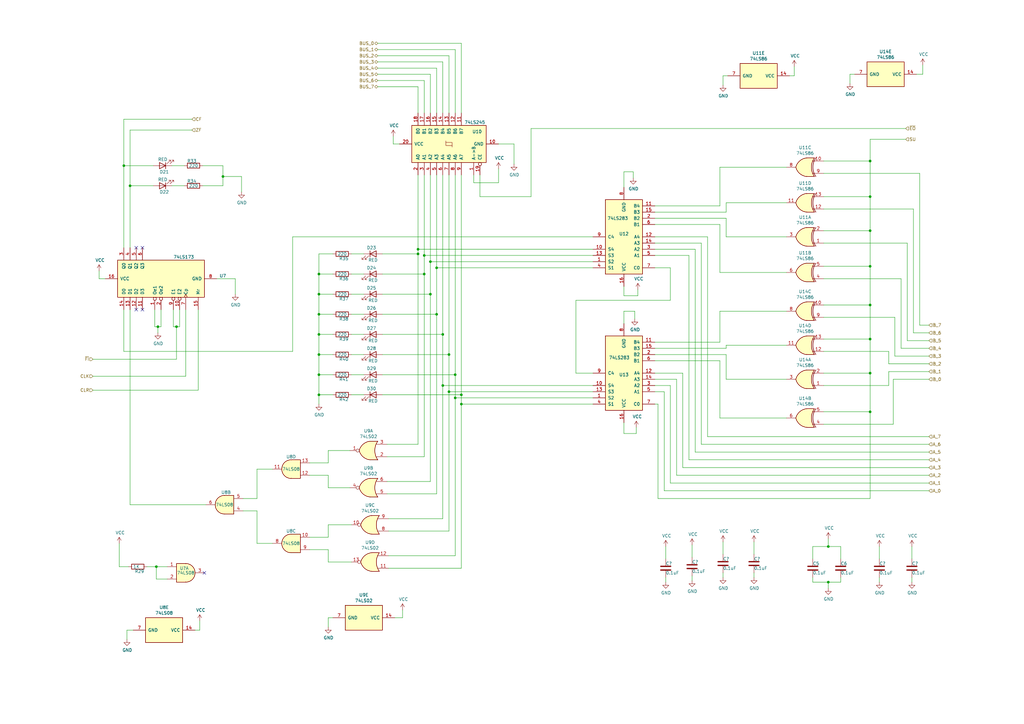
<source format=kicad_sch>
(kicad_sch (version 20230121) (generator eeschema)
  (paper "A3")
  (junction (at 184.15 160.655))
  (junction (at 130.81 161.925))
  (junction (at 72.39 133.985))
  (junction (at 173.99 104.775))
  (junction (at 50.8 67.945))
  (junction (at 171.45 102.235))
  (junction (at 64.135 232.41))
  (junction (at 189.23 161.925))
  (junction (at 356.87 66.04))
  (junction (at 130.81 112.395))
  (junction (at 171.45 104.14))
  (junction (at 179.07 109.855))
  (junction (at 356.87 94.615))
  (junction (at 173.99 112.395))
  (junction (at 130.81 153.67))
  (junction (at 130.81 128.905))
  (junction (at 181.61 137.16))
  (junction (at 130.81 137.16))
  (junction (at 130.81 145.415))
  (junction (at 186.69 153.67))
  (junction (at 186.69 163.195))
  (junction (at 184.15 145.415))
  (junction (at 356.87 125.095))
  (junction (at 356.87 139.065))
  (junction (at 356.87 168.91))
  (junction (at 356.87 153.035))
  (junction (at 339.725 224.155))
  (junction (at 64.77 133.985))
  (junction (at 130.81 120.65))
  (junction (at 356.87 80.645))
  (junction (at 181.61 158.115))
  (junction (at 356.87 109.22))
  (junction (at 179.07 128.905))
  (junction (at 53.34 76.2))
  (junction (at 339.725 238.76))
  (junction (at 91.44 72.39))
  (junction (at 176.53 107.315))
  (junction (at 189.23 165.735))
  (junction (at 176.53 120.65))
  (no_connect (at 58.42 127))
  (no_connect (at 58.42 101.6))
  (no_connect (at 83.82 234.95))
  (no_connect (at 55.88 101.6))
  (no_connect (at 55.88 127))
  (wire (pts (xy 268.605 84.455) (xy 295.275 84.455)))
  (wire (pts (xy 88.9 114.3) (xy 96.52 114.3)))
  (wire (pts (xy 297.815 142.875) (xy 297.815 141.605)))
  (wire (pts (xy 282.575 104.775) (xy 268.605 104.775)))
  (wire (pts (xy 255.905 121.285) (xy 261.62 121.285)))
  (wire (pts (xy 127 225.425) (xy 134.62 225.425)))
  (wire (pts (xy 149.225 104.14) (xy 144.145 104.14)))
  (wire (pts (xy 179.07 128.905) (xy 179.07 202.565)))
  (wire (pts (xy 91.44 72.39) (xy 99.06 72.39)))
  (wire (pts (xy 154.94 22.86) (xy 184.15 22.86)))
  (wire (pts (xy 274.955 158.115) (xy 274.955 198.12)))
  (wire (pts (xy 149.225 145.415) (xy 144.145 145.415)))
  (wire (pts (xy 268.605 109.855) (xy 274.955 109.855)))
  (wire (pts (xy 243.205 109.855) (xy 179.07 109.855)))
  (wire (pts (xy 105.41 204.47) (xy 105.41 192.405)))
  (wire (pts (xy 369.57 114.3) (xy 369.57 142.875)))
  (wire (pts (xy 277.495 155.575) (xy 268.605 155.575)))
  (wire (pts (xy 38.1 160.02) (xy 81.28 160.02)))
  (wire (pts (xy 53.34 101.6) (xy 53.34 76.2)))
  (wire (pts (xy 161.29 59.055) (xy 161.29 55.88)))
  (wire (pts (xy 297.815 141.605) (xy 322.58 141.605)))
  (wire (pts (xy 70.485 67.945) (xy 75.565 67.945)))
  (wire (pts (xy 337.82 66.04) (xy 356.87 66.04)))
  (wire (pts (xy 83.185 67.945) (xy 91.44 67.945)))
  (wire (pts (xy 68.58 232.41) (xy 64.135 232.41)))
  (wire (pts (xy 81.915 258.445) (xy 80.01 258.445)))
  (wire (pts (xy 295.275 127.635) (xy 322.58 127.635)))
  (wire (pts (xy 243.205 107.315) (xy 176.53 107.315)))
  (wire (pts (xy 260.985 177.8) (xy 260.985 175.26)))
  (wire (pts (xy 325.755 31.115) (xy 323.85 31.115)))
  (wire (pts (xy 360.68 229.235) (xy 360.68 224.155)))
  (wire (pts (xy 52.705 232.41) (xy 48.895 232.41)))
  (wire (pts (xy 377.19 71.12) (xy 377.19 133.35)))
  (wire (pts (xy 64.77 133.985) (xy 64.77 136.525)))
  (wire (pts (xy 337.82 125.095) (xy 356.87 125.095)))
  (wire (pts (xy 134.62 194.945) (xy 134.62 200.025)))
  (wire (pts (xy 339.725 241.3) (xy 339.725 238.76)))
  (wire (pts (xy 91.44 76.2) (xy 83.185 76.2)))
  (wire (pts (xy 179.07 71.755) (xy 179.07 109.855)))
  (wire (pts (xy 381 201.295) (xy 272.415 201.295)))
  (wire (pts (xy 261.62 121.285) (xy 261.62 118.745)))
  (wire (pts (xy 130.81 120.65) (xy 130.81 112.395)))
  (wire (pts (xy 99.06 72.39) (xy 99.06 78.74)))
  (wire (pts (xy 50.8 48.895) (xy 78.74 48.895)))
  (wire (pts (xy 356.87 57.15) (xy 371.475 57.15)))
  (wire (pts (xy 176.53 107.315) (xy 176.53 120.65)))
  (wire (pts (xy 156.845 128.905) (xy 179.07 128.905)))
  (wire (pts (xy 364.49 152.4) (xy 381 152.4)))
  (wire (pts (xy 290.195 179.07) (xy 381 179.07)))
  (wire (pts (xy 53.34 76.2) (xy 53.34 53.34)))
  (wire (pts (xy 154.94 25.4) (xy 181.61 25.4)))
  (wire (pts (xy 295.275 147.955) (xy 295.275 171.45)))
  (wire (pts (xy 53.34 53.34) (xy 78.74 53.34)))
  (wire (pts (xy 268.605 92.075) (xy 295.275 92.075)))
  (wire (pts (xy 356.87 94.615) (xy 356.87 109.22)))
  (wire (pts (xy 134.62 189.865) (xy 134.62 184.785)))
  (wire (pts (xy 367.03 146.05) (xy 381 146.05)))
  (wire (pts (xy 105.41 192.405) (xy 111.76 192.405)))
  (wire (pts (xy 105.41 209.55) (xy 105.41 222.885)))
  (wire (pts (xy 356.87 125.095) (xy 356.87 139.065)))
  (wire (pts (xy 66.04 133.985) (xy 66.04 127)))
  (wire (pts (xy 158.75 187.325) (xy 173.99 187.325)))
  (wire (pts (xy 96.52 114.3) (xy 96.52 120.65)))
  (wire (pts (xy 372.11 139.7) (xy 381 139.7)))
  (wire (pts (xy 339.725 220.98) (xy 339.725 224.155)))
  (wire (pts (xy 255.905 132.715) (xy 255.905 127.635)))
  (wire (pts (xy 268.605 140.335) (xy 295.275 140.335)))
  (wire (pts (xy 171.45 102.235) (xy 171.45 104.14)))
  (wire (pts (xy 134.62 200.025) (xy 143.51 200.025)))
  (wire (pts (xy 298.45 31.115) (xy 296.545 31.115)))
  (wire (pts (xy 189.23 161.925) (xy 189.23 165.735)))
  (wire (pts (xy 377.19 133.35) (xy 381 133.35)))
  (wire (pts (xy 130.81 145.415) (xy 130.81 137.16)))
  (wire (pts (xy 333.375 224.155) (xy 339.725 224.155)))
  (wire (pts (xy 356.87 139.065) (xy 356.87 153.035)))
  (wire (pts (xy 99.695 209.55) (xy 105.41 209.55)))
  (wire (pts (xy 84.455 207.01) (xy 53.34 207.01)))
  (wire (pts (xy 156.845 145.415) (xy 184.15 145.415)))
  (wire (pts (xy 280.035 191.77) (xy 381 191.77)))
  (wire (pts (xy 333.375 238.76) (xy 339.725 238.76)))
  (wire (pts (xy 71.12 133.985) (xy 72.39 133.985)))
  (wire (pts (xy 70.485 76.2) (xy 75.565 76.2)))
  (wire (pts (xy 186.69 20.32) (xy 186.69 46.355)))
  (wire (pts (xy 176.53 120.65) (xy 176.53 197.485)))
  (wire (pts (xy 130.81 161.925) (xy 130.81 165.735)))
  (wire (pts (xy 337.82 109.22) (xy 356.87 109.22)))
  (wire (pts (xy 268.605 147.955) (xy 295.275 147.955)))
  (wire (pts (xy 64.77 133.985) (xy 66.04 133.985)))
  (wire (pts (xy 158.75 202.565) (xy 179.07 202.565)))
  (wire (pts (xy 309.245 227.33) (xy 309.245 222.25)))
  (wire (pts (xy 374.65 136.525) (xy 381 136.525)))
  (wire (pts (xy 149.225 128.905) (xy 144.145 128.905)))
  (wire (pts (xy 295.275 68.58) (xy 322.58 68.58)))
  (wire (pts (xy 194.31 71.755) (xy 194.31 74.93)))
  (wire (pts (xy 72.39 147.32) (xy 38.1 147.32)))
  (wire (pts (xy 268.605 97.155) (xy 290.195 97.155)))
  (wire (pts (xy 339.725 238.76) (xy 344.805 238.76)))
  (wire (pts (xy 134.62 225.425) (xy 134.62 230.505)))
  (wire (pts (xy 63.5 133.985) (xy 64.77 133.985)))
  (wire (pts (xy 181.61 212.725) (xy 159.385 212.725)))
  (wire (pts (xy 156.845 112.395) (xy 173.99 112.395)))
  (wire (pts (xy 296.545 31.115) (xy 296.545 34.925)))
  (wire (pts (xy 255.905 76.835) (xy 255.905 70.485)))
  (wire (pts (xy 149.225 161.925) (xy 144.145 161.925)))
  (wire (pts (xy 337.82 80.645) (xy 356.87 80.645)))
  (wire (pts (xy 149.225 120.65) (xy 144.145 120.65)))
  (wire (pts (xy 274.955 198.12) (xy 381 198.12)))
  (wire (pts (xy 273.05 236.855) (xy 273.05 238.76)))
  (wire (pts (xy 243.205 97.155) (xy 120.015 97.155)))
  (wire (pts (xy 243.205 158.115) (xy 181.61 158.115)))
  (wire (pts (xy 337.82 173.99) (xy 366.395 173.99)))
  (wire (pts (xy 130.81 153.67) (xy 130.81 145.415)))
  (wire (pts (xy 156.845 104.14) (xy 171.45 104.14)))
  (wire (pts (xy 159.385 233.045) (xy 189.23 233.045)))
  (wire (pts (xy 236.22 123.19) (xy 236.22 153.035)))
  (wire (pts (xy 136.525 137.16) (xy 130.81 137.16)))
  (wire (pts (xy 163.83 59.055) (xy 161.29 59.055)))
  (wire (pts (xy 76.2 154.305) (xy 38.1 154.305)))
  (wire (pts (xy 189.23 165.735) (xy 243.205 165.735)))
  (wire (pts (xy 287.655 99.695) (xy 268.605 99.695)))
  (wire (pts (xy 378.46 30.48) (xy 375.92 30.48)))
  (wire (pts (xy 337.82 85.725) (xy 374.65 85.725)))
  (wire (pts (xy 130.81 161.925) (xy 130.81 153.67)))
  (wire (pts (xy 181.61 25.4) (xy 181.61 46.355)))
  (wire (pts (xy 136.525 253.365) (xy 134.62 253.365)))
  (wire (pts (xy 136.525 120.65) (xy 130.81 120.65)))
  (wire (pts (xy 296.545 234.95) (xy 296.545 236.855)))
  (wire (pts (xy 374.015 236.855) (xy 374.015 238.76)))
  (wire (pts (xy 52.07 258.445) (xy 52.07 262.255)))
  (wire (pts (xy 366.395 155.575) (xy 381 155.575)))
  (wire (pts (xy 297.815 89.535) (xy 297.815 97.155)))
  (wire (pts (xy 274.955 123.19) (xy 236.22 123.19)))
  (wire (pts (xy 136.525 128.905) (xy 130.81 128.905)))
  (wire (pts (xy 76.2 127) (xy 76.2 154.305)))
  (wire (pts (xy 64.135 237.49) (xy 64.135 232.41)))
  (wire (pts (xy 381 188.595) (xy 282.575 188.595)))
  (wire (pts (xy 337.82 94.615) (xy 356.87 94.615)))
  (wire (pts (xy 268.605 102.235) (xy 285.115 102.235)))
  (wire (pts (xy 159.385 217.805) (xy 184.15 217.805)))
  (wire (pts (xy 173.99 71.755) (xy 173.99 104.775)))
  (wire (pts (xy 309.245 234.95) (xy 309.245 236.855)))
  (wire (pts (xy 165.1 253.365) (xy 161.925 253.365)))
  (wire (pts (xy 173.99 33.02) (xy 173.99 46.355)))
  (wire (pts (xy 179.07 109.855) (xy 179.07 128.905)))
  (wire (pts (xy 283.845 236.22) (xy 283.845 238.125)))
  (wire (pts (xy 196.85 71.755) (xy 196.85 80.645)))
  (wire (pts (xy 364.49 149.225) (xy 381 149.225)))
  (wire (pts (xy 43.18 114.3) (xy 40.64 114.3)))
  (wire (pts (xy 173.99 104.775) (xy 173.99 112.395)))
  (wire (pts (xy 176.53 71.755) (xy 176.53 107.315)))
  (wire (pts (xy 360.68 236.855) (xy 360.68 238.76)))
  (wire (pts (xy 295.275 111.76) (xy 322.58 111.76)))
  (wire (pts (xy 255.905 117.475) (xy 255.905 121.285)))
  (wire (pts (xy 186.69 71.755) (xy 186.69 153.67)))
  (wire (pts (xy 295.275 140.335) (xy 295.275 127.635)))
  (wire (pts (xy 156.845 120.65) (xy 176.53 120.65)))
  (wire (pts (xy 287.655 182.245) (xy 287.655 99.695)))
  (wire (pts (xy 337.82 130.175) (xy 367.03 130.175)))
  (wire (pts (xy 81.915 254.635) (xy 81.915 258.445)))
  (wire (pts (xy 186.69 163.195) (xy 186.69 227.965)))
  (wire (pts (xy 149.225 112.395) (xy 144.145 112.395)))
  (wire (pts (xy 171.45 71.755) (xy 171.45 102.235)))
  (wire (pts (xy 348.615 30.48) (xy 348.615 34.29)))
  (wire (pts (xy 364.49 158.115) (xy 364.49 152.4)))
  (wire (pts (xy 186.69 153.67) (xy 186.69 163.195)))
  (wire (pts (xy 91.44 72.39) (xy 91.44 76.2)))
  (wire (pts (xy 127 189.865) (xy 134.62 189.865)))
  (wire (pts (xy 204.47 59.055) (xy 210.82 59.055)))
  (wire (pts (xy 40.64 114.3) (xy 40.64 111.125)))
  (wire (pts (xy 179.07 27.94) (xy 179.07 46.355)))
  (wire (pts (xy 269.875 165.735) (xy 268.605 165.735)))
  (wire (pts (xy 243.205 163.195) (xy 186.69 163.195)))
  (wire (pts (xy 268.605 153.035) (xy 280.035 153.035)))
  (wire (pts (xy 297.815 86.995) (xy 297.815 83.185)))
  (wire (pts (xy 283.845 228.6) (xy 283.845 223.52)))
  (wire (pts (xy 210.82 59.055) (xy 210.82 67.31)))
  (wire (pts (xy 297.815 155.575) (xy 322.58 155.575)))
  (wire (pts (xy 280.035 153.035) (xy 280.035 191.77)))
  (wire (pts (xy 366.395 173.99) (xy 366.395 155.575)))
  (wire (pts (xy 337.82 99.695) (xy 372.11 99.695)))
  (wire (pts (xy 350.52 30.48) (xy 348.615 30.48)))
  (wire (pts (xy 296.545 227.33) (xy 296.545 222.25)))
  (wire (pts (xy 181.61 71.755) (xy 181.61 137.16)))
  (wire (pts (xy 53.34 207.01) (xy 53.34 127)))
  (wire (pts (xy 184.15 22.86) (xy 184.15 46.355)))
  (wire (pts (xy 272.415 160.655) (xy 268.605 160.655)))
  (wire (pts (xy 189.23 71.755) (xy 189.23 161.925)))
  (wire (pts (xy 130.81 137.16) (xy 130.81 128.905)))
  (wire (pts (xy 285.115 102.235) (xy 285.115 185.42)))
  (wire (pts (xy 184.15 160.655) (xy 184.15 145.415)))
  (wire (pts (xy 72.39 133.985) (xy 73.66 133.985)))
  (wire (pts (xy 120.015 97.155) (xy 120.015 144.145)))
  (wire (pts (xy 130.81 112.395) (xy 130.81 104.14)))
  (wire (pts (xy 374.015 229.235) (xy 374.015 224.155)))
  (wire (pts (xy 134.62 220.345) (xy 134.62 215.265)))
  (wire (pts (xy 134.62 230.505) (xy 144.145 230.505)))
  (wire (pts (xy 295.275 171.45) (xy 322.58 171.45)))
  (wire (pts (xy 255.905 177.8) (xy 260.985 177.8)))
  (wire (pts (xy 268.605 89.535) (xy 297.815 89.535)))
  (wire (pts (xy 282.575 188.595) (xy 282.575 104.775)))
  (wire (pts (xy 154.94 17.78) (xy 189.23 17.78)))
  (wire (pts (xy 127 220.345) (xy 134.62 220.345)))
  (wire (pts (xy 325.755 27.305) (xy 325.755 31.115)))
  (wire (pts (xy 189.23 165.735) (xy 189.23 233.045)))
  (wire (pts (xy 136.525 161.925) (xy 130.81 161.925)))
  (wire (pts (xy 50.8 67.945) (xy 62.865 67.945)))
  (wire (pts (xy 337.82 139.065) (xy 356.87 139.065)))
  (wire (pts (xy 243.205 160.655) (xy 184.15 160.655)))
  (wire (pts (xy 130.81 128.905) (xy 130.81 120.65)))
  (wire (pts (xy 158.75 197.485) (xy 176.53 197.485)))
  (wire (pts (xy 236.22 153.035) (xy 243.205 153.035)))
  (wire (pts (xy 337.82 71.12) (xy 377.19 71.12)))
  (wire (pts (xy 344.805 224.155) (xy 339.725 224.155)))
  (wire (pts (xy 64.135 232.41) (xy 60.325 232.41)))
  (wire (pts (xy 99.695 204.47) (xy 105.41 204.47)))
  (wire (pts (xy 194.31 74.93) (xy 204.47 74.93)))
  (wire (pts (xy 134.62 215.265) (xy 144.145 215.265)))
  (wire (pts (xy 344.805 238.76) (xy 344.805 236.855)))
  (wire (pts (xy 381 182.245) (xy 287.655 182.245)))
  (wire (pts (xy 356.87 109.22) (xy 356.87 125.095)))
  (wire (pts (xy 73.66 133.985) (xy 73.66 127)))
  (wire (pts (xy 260.35 127.635) (xy 260.35 130.81)))
  (wire (pts (xy 337.82 114.3) (xy 369.57 114.3)))
  (wire (pts (xy 273.05 229.235) (xy 273.05 224.155)))
  (wire (pts (xy 156.845 153.67) (xy 186.69 153.67)))
  (wire (pts (xy 372.11 99.695) (xy 372.11 139.7)))
  (wire (pts (xy 255.905 173.355) (xy 255.905 177.8)))
  (wire (pts (xy 156.845 137.16) (xy 181.61 137.16)))
  (wire (pts (xy 255.905 127.635) (xy 260.35 127.635)))
  (wire (pts (xy 189.23 17.78) (xy 189.23 46.355)))
  (wire (pts (xy 243.205 104.775) (xy 173.99 104.775)))
  (wire (pts (xy 337.82 153.035) (xy 356.87 153.035)))
  (wire (pts (xy 181.61 137.16) (xy 181.61 158.115)))
  (wire (pts (xy 50.8 144.145) (xy 50.8 127)))
  (wire (pts (xy 274.955 109.855) (xy 274.955 123.19)))
  (wire (pts (xy 48.895 232.41) (xy 48.895 222.885)))
  (wire (pts (xy 356.87 80.645) (xy 356.87 94.615)))
  (wire (pts (xy 186.69 227.965) (xy 159.385 227.965)))
  (wire (pts (xy 290.195 97.155) (xy 290.195 179.07)))
  (wire (pts (xy 54.61 258.445) (xy 52.07 258.445)))
  (wire (pts (xy 71.12 127) (xy 71.12 133.985)))
  (wire (pts (xy 136.525 145.415) (xy 130.81 145.415)))
  (wire (pts (xy 136.525 112.395) (xy 130.81 112.395)))
  (wire (pts (xy 184.15 217.805) (xy 184.15 160.655)))
  (wire (pts (xy 154.94 35.56) (xy 171.45 35.56)))
  (wire (pts (xy 63.5 127) (xy 63.5 133.985)))
  (wire (pts (xy 149.225 137.16) (xy 144.145 137.16)))
  (wire (pts (xy 68.58 237.49) (xy 64.135 237.49)))
  (wire (pts (xy 268.605 145.415) (xy 297.815 145.415)))
  (wire (pts (xy 333.375 229.235) (xy 333.375 224.155)))
  (wire (pts (xy 154.94 27.94) (xy 179.07 27.94)))
  (wire (pts (xy 184.15 145.415) (xy 184.15 71.755)))
  (wire (pts (xy 333.375 236.855) (xy 333.375 238.76)))
  (wire (pts (xy 337.82 144.145) (xy 364.49 144.145)))
  (wire (pts (xy 297.815 97.155) (xy 322.58 97.155)))
  (wire (pts (xy 243.205 102.235) (xy 171.45 102.235)))
  (wire (pts (xy 105.41 222.885) (xy 111.76 222.885)))
  (wire (pts (xy 297.815 145.415) (xy 297.815 155.575)))
  (wire (pts (xy 255.905 70.485) (xy 259.715 70.485)))
  (wire (pts (xy 356.87 66.04) (xy 356.87 80.645)))
  (wire (pts (xy 268.605 142.875) (xy 297.815 142.875)))
  (wire (pts (xy 171.45 35.56) (xy 171.45 46.355)))
  (wire (pts (xy 176.53 30.48) (xy 176.53 46.355)))
  (wire (pts (xy 81.28 160.02) (xy 81.28 127)))
  (wire (pts (xy 367.03 130.175) (xy 367.03 146.05)))
  (wire (pts (xy 217.805 52.705) (xy 371.475 52.705)))
  (wire (pts (xy 269.875 204.47) (xy 269.875 165.735)))
  (wire (pts (xy 204.47 69.215) (xy 204.47 74.93)))
  (wire (pts (xy 173.99 112.395) (xy 173.99 187.325)))
  (wire (pts (xy 374.65 85.725) (xy 374.65 136.525)))
  (wire (pts (xy 272.415 201.295) (xy 272.415 160.655)))
  (wire (pts (xy 156.845 161.925) (xy 189.23 161.925)))
  (wire (pts (xy 154.94 33.02) (xy 173.99 33.02)))
  (wire (pts (xy 217.805 80.645) (xy 217.805 52.705)))
  (wire (pts (xy 120.015 144.145) (xy 50.8 144.145)))
  (wire (pts (xy 269.875 204.47) (xy 356.87 204.47)))
  (wire (pts (xy 364.49 144.145) (xy 364.49 149.225)))
  (wire (pts (xy 50.8 67.945) (xy 50.8 48.895)))
  (wire (pts (xy 136.525 153.67) (xy 130.81 153.67)))
  (wire (pts (xy 268.605 158.115) (xy 274.955 158.115)))
  (wire (pts (xy 356.87 153.035) (xy 356.87 168.91)))
  (wire (pts (xy 165.1 250.19) (xy 165.1 253.365)))
  (wire (pts (xy 356.87 168.91) (xy 356.87 204.47)))
  (wire (pts (xy 127 194.945) (xy 134.62 194.945)))
  (wire (pts (xy 154.94 20.32) (xy 186.69 20.32)))
  (wire (pts (xy 381 194.945) (xy 277.495 194.945)))
  (wire (pts (xy 356.87 66.04) (xy 356.87 57.15)))
  (wire (pts (xy 91.44 67.945) (xy 91.44 72.39)))
  (wire (pts (xy 72.39 133.985) (xy 72.39 147.32)))
  (wire (pts (xy 297.815 83.185) (xy 322.58 83.185)))
  (wire (pts (xy 268.605 86.995) (xy 297.815 86.995)))
  (wire (pts (xy 130.81 104.14) (xy 136.525 104.14)))
  (wire (pts (xy 337.82 158.115) (xy 364.49 158.115)))
  (wire (pts (xy 158.75 182.245) (xy 171.45 182.245)))
  (wire (pts (xy 344.805 229.235) (xy 344.805 224.155)))
  (wire (pts (xy 277.495 194.945) (xy 277.495 155.575)))
  (wire (pts (xy 53.34 76.2) (xy 62.865 76.2)))
  (wire (pts (xy 181.61 158.115) (xy 181.61 212.725)))
  (wire (pts (xy 50.8 101.6) (xy 50.8 67.945)))
  (wire (pts (xy 171.45 104.14) (xy 171.45 182.245)))
  (wire (pts (xy 196.85 80.645) (xy 217.805 80.645)))
  (wire (pts (xy 134.62 184.785) (xy 143.51 184.785)))
  (wire (pts (xy 285.115 185.42) (xy 381 185.42)))
  (wire (pts (xy 369.57 142.875) (xy 381 142.875)))
  (wire (pts (xy 154.94 30.48) (xy 176.53 30.48)))
  (wire (pts (xy 149.225 153.67) (xy 144.145 153.67)))
  (wire (pts (xy 295.275 84.455) (xy 295.275 68.58)))
  (wire (pts (xy 259.715 70.485) (xy 259.715 73.025)))
  (wire (pts (xy 356.87 168.91) (xy 337.82 168.91)))
  (wire (pts (xy 295.275 92.075) (xy 295.275 111.76)))
  (wire (pts (xy 134.62 253.365) (xy 134.62 257.175)))
  (wire (pts (xy 378.46 26.67) (xy 378.46 30.48)))
  (hierarchical_label "B_2" (shape input) (at 381 149.225 0))
  (hierarchical_label "BUS_7" (shape bidirectional) (at 154.94 35.56 180))
  (hierarchical_label "A_4" (shape input) (at 381 188.595 0))
  (hierarchical_label "BUS_4" (shape bidirectional) (at 154.94 27.94 180))
  (hierarchical_label "B_7" (shape input) (at 381 133.35 0))
  (hierarchical_label "B_0" (shape input) (at 381 155.575 0))
  (hierarchical_label "~{FI}" (shape input) (at 38.1 147.32 180))
  (hierarchical_label "B_4" (shape input) (at 381 142.875 0))
  (hierarchical_label "A_7" (shape input) (at 381 179.07 0))
  (hierarchical_label "A_3" (shape input) (at 381 191.77 0))
  (hierarchical_label "A_0" (shape input) (at 381 201.295 0))
  (hierarchical_label "CF" (shape input) (at 78.74 48.895 0))
  (hierarchical_label "B_1" (shape input) (at 381 152.4 0))
  (hierarchical_label "ZF" (shape input) (at 78.74 53.34 0))
  (hierarchical_label "A_5" (shape input) (at 381 185.42 0))
  (hierarchical_label "SU" (shape input) (at 371.475 57.15 0))
  (hierarchical_label "BUS_6" (shape bidirectional) (at 154.94 33.02 180))
  (hierarchical_label "B_3" (shape input) (at 381 146.05 0))
  (hierarchical_label "A_1" (shape input) (at 381 198.12 0))
  (hierarchical_label "B_6" (shape input) (at 381 136.525 0))
  (hierarchical_label "BUS_0" (shape bidirectional) (at 154.94 17.78 180))
  (hierarchical_label "CLR" (shape input) (at 38.1 160.02 180))
  (hierarchical_label "A_6" (shape input) (at 381 182.245 0))
  (hierarchical_label "BUS_3" (shape bidirectional) (at 154.94 25.4 180))
  (hierarchical_label "A_2" (shape input) (at 381 194.945 0))
  (hierarchical_label "~{EO}" (shape input) (at 371.475 52.705 0))
  (hierarchical_label "BUS_2" (shape bidirectional) (at 154.94 22.86 180))
  (hierarchical_label "BUS_1" (shape bidirectional) (at 154.94 20.32 180))
  (hierarchical_label "BUS_5" (shape bidirectional) (at 154.94 30.48 180))
  (hierarchical_label "CLK" (shape input) (at 38.1 154.305 180))
  (hierarchical_label "B_5" (shape input) (at 381 139.7 0))
  (symbol (lib_id "Device:C") (at 273.05 233.045 0) (unit 1)
    (property "Reference" "C?" (at 273.05 231.14 0) (effects (justify left)))
    (property "Value" "0.1uF" (at 273.05 234.95 0) (effects (justify left)))
    (property "Footprint" "Capacitor_THT:C_Disc_D4.3mm_W1.9mm_P5.00mm" (effects hide))
    (instances (project "8 Bit Computer" (path "" (reference "C?") (unit 1)) (path "" (reference "C?") (unit 1)) (path "" (reference "C23") (unit 1))))
  )
  (symbol (lib_id "power:VCC") (at 273.05 224.155 0) (unit 1)
    (property "Reference" "#PWR?" (effects hide))
    (property "Value" "VCC" (at 273.431 219.7608 0))
    (instances (project "8 Bit Computer" (path "" (reference "#PWR?") (unit 1)) (path "" (reference "#PWR?") (unit 1)) (path "" (reference "#PWR0218") (unit 1))))
  )
  (symbol (lib_id "power:GND") (at 273.05 238.76 0) (unit 1)
    (property "Reference" "#PWR?" (effects hide))
    (property "Value" "GND" (at 273.177 243.1542 0))
    (instances (project "8 Bit Computer" (path "" (reference "#PWR?") (unit 1)) (path "" (reference "#PWR?") (unit 1)) (path "" (reference "#PWR0219") (unit 1))))
  )
  (symbol (lib_id "Device:C") (at 283.845 232.41 0) (unit 1)
    (property "Reference" "C?" (at 283.845 230.505 0) (effects (justify left)))
    (property "Value" "0.1uF" (at 283.845 234.315 0) (effects (justify left)))
    (property "Footprint" "Capacitor_THT:C_Disc_D4.3mm_W1.9mm_P5.00mm" (effects hide))
    (instances (project "8 Bit Computer" (path "" (reference "C?") (unit 1)) (path "" (reference "C?") (unit 1)) (path "" (reference "C29") (unit 1))))
  )
  (symbol (lib_id "power:VCC") (at 283.845 223.52 0) (unit 1)
    (property "Reference" "#PWR?" (effects hide))
    (property "Value" "VCC" (at 284.226 219.1258 0))
    (instances (project "8 Bit Computer" (path "" (reference "#PWR?") (unit 1)) (path "" (reference "#PWR?") (unit 1)) (path "" (reference "#PWR0275") (unit 1))))
  )
  (symbol (lib_id "power:GND") (at 283.845 238.125 0) (unit 1)
    (property "Reference" "#PWR?" (effects hide))
    (property "Value" "GND" (at 283.972 242.5192 0))
    (instances (project "8 Bit Computer" (path "" (reference "#PWR?") (unit 1)) (path "" (reference "#PWR?") (unit 1)) (path "" (reference "#PWR0276") (unit 1))))
  )
  (symbol (lib_id "Device:C") (at 296.545 231.14 0) (unit 1)
    (property "Reference" "C?" (at 296.545 229.235 0) (effects (justify left)))
    (property "Value" "0.1uF" (at 296.545 233.045 0) (effects (justify left)))
    (property "Footprint" "Capacitor_THT:C_Disc_D4.3mm_W1.9mm_P5.00mm" (effects hide))
    (instances (project "8 Bit Computer" (path "" (reference "C?") (unit 1)) (path "" (reference "C?") (unit 1)) (path "" (reference "C30") (unit 1))))
  )
  (symbol (lib_id "power:VCC") (at 296.545 222.25 0) (unit 1)
    (property "Reference" "#PWR?" (effects hide))
    (property "Value" "VCC" (at 296.926 217.8558 0))
    (instances (project "8 Bit Computer" (path "" (reference "#PWR?") (unit 1)) (path "" (reference "#PWR?") (unit 1)) (path "" (reference "#PWR0277") (unit 1))))
  )
  (symbol (lib_id "power:GND") (at 296.545 236.855 0) (unit 1)
    (property "Reference" "#PWR?" (effects hide))
    (property "Value" "GND" (at 296.672 241.2492 0))
    (instances (project "8 Bit Computer" (path "" (reference "#PWR?") (unit 1)) (path "" (reference "#PWR?") (unit 1)) (path "" (reference "#PWR0282") (unit 1))))
  )
  (symbol (lib_id "Device:C") (at 309.245 231.14 0) (unit 1)
    (property "Reference" "C?" (at 309.245 229.235 0) (effects (justify left)))
    (property "Value" "0.1uF" (at 309.245 233.045 0) (effects (justify left)))
    (property "Footprint" "Capacitor_THT:C_Disc_D4.3mm_W1.9mm_P5.00mm" (effects hide))
    (instances (project "8 Bit Computer" (path "" (reference "C?") (unit 1)) (path "" (reference "C?") (unit 1)) (path "" (reference "C31") (unit 1))))
  )
  (symbol (lib_id "power:VCC") (at 309.245 222.25 0) (unit 1)
    (property "Reference" "#PWR?" (effects hide))
    (property "Value" "VCC" (at 309.626 217.8558 0))
    (instances (project "8 Bit Computer" (path "" (reference "#PWR?") (unit 1)) (path "" (reference "#PWR?") (unit 1)) (path "" (reference "#PWR0283") (unit 1))))
  )
  (symbol (lib_id "power:GND") (at 309.245 236.855 0) (unit 1)
    (property "Reference" "#PWR?" (effects hide))
    (property "Value" "GND" (at 309.372 241.2492 0))
    (instances (project "8 Bit Computer" (path "" (reference "#PWR?") (unit 1)) (path "" (reference "#PWR?") (unit 1)) (path "" (reference "#PWR0284") (unit 1))))
  )
  (symbol (lib_id "Device:C") (at 360.68 233.045 0) (unit 1)
    (property "Reference" "C?" (at 360.68 231.14 0) (effects (justify left)))
    (property "Value" "0.1uF" (at 360.68 234.95 0) (effects (justify left)))
    (property "Footprint" "Capacitor_THT:C_Disc_D4.3mm_W1.9mm_P5.00mm" (effects hide))
    (instances (project "8 Bit Computer" (path "" (reference "C?") (unit 1)) (path "" (reference "C?") (unit 1)) (path "" (reference "C32") (unit 1))))
  )
  (symbol (lib_id "power:VCC") (at 360.68 224.155 0) (unit 1)
    (property "Reference" "#PWR?" (effects hide))
    (property "Value" "VCC" (at 361.061 219.7608 0))
    (instances (project "8 Bit Computer" (path "" (reference "#PWR?") (unit 1)) (path "" (reference "#PWR?") (unit 1)) (path "" (reference "#PWR0285") (unit 1))))
  )
  (symbol (lib_id "power:GND") (at 360.68 238.76 0) (unit 1)
    (property "Reference" "#PWR?" (effects hide))
    (property "Value" "GND" (at 360.807 243.1542 0))
    (instances (project "8 Bit Computer" (path "" (reference "#PWR?") (unit 1)) (path "" (reference "#PWR?") (unit 1)) (path "" (reference "#PWR0286") (unit 1))))
  )
  (symbol (lib_id "Device:C") (at 374.015 233.045 0) (unit 1)
    (property "Reference" "C?" (at 374.015 231.14 0) (effects (justify left)))
    (property "Value" "0.1uF" (at 374.015 234.95 0) (effects (justify left)))
    (property "Footprint" "Capacitor_THT:C_Disc_D4.3mm_W1.9mm_P5.00mm" (effects hide))
    (instances (project "8 Bit Computer" (path "" (reference "C?") (unit 1)) (path "" (reference "C?") (unit 1)) (path "" (reference "C33") (unit 1))))
  )
  (symbol (lib_id "power:VCC") (at 374.015 224.155 0) (unit 1)
    (property "Reference" "#PWR?" (effects hide))
    (property "Value" "VCC" (at 374.396 219.7608 0))
    (instances (project "8 Bit Computer" (path "" (reference "#PWR?") (unit 1)) (path "" (reference "#PWR?") (unit 1)) (path "" (reference "#PWR0287") (unit 1))))
  )
  (symbol (lib_id "power:GND") (at 374.015 238.76 0) (unit 1)
    (property "Reference" "#PWR?" (effects hide))
    (property "Value" "GND" (at 374.142 243.1542 0))
    (instances (project "8 Bit Computer" (path "" (reference "#PWR?") (unit 1)) (path "" (reference "#PWR?") (unit 1)) (path "" (reference "#PWR0288") (unit 1))))
  )
  (symbol (lib_id "74xx:74LS08") (at 76.2 234.95 0) (unit 1)
    (property "Reference" "U?" (at 75.565 233.045 0))
    (property "Value" "74LS08" (at 76.2 234.95 0))
    (property "Footprint" "Package_DIP:DIP-14_W7.62mm_Socket_LongPads" (effects hide))
    (property "Datasheet" "http://www.ti.com/lit/gpn/sn74LS08" (effects hide))
    (instances (project "8 Bit Computer" (path "" (reference "U?") (unit 1)) (path "" (reference "U?") (unit 1)) (path "" (reference "U8") (unit 1))))
  )
  (symbol (lib_id "power:VCC") (at 48.895 222.885 0) (unit 1)
    (property "Reference" "#PWR01" (effects hide))
    (property "Value" "VCC" (at 49.276 218.4908 0))
    (instances (project "8 Bit Computer" (path "" (reference "#PWR01") (unit 1)) (path "" (reference "#PWR?") (unit 1))))
  )
  (symbol (lib_id "Device:R") (at 56.515 232.41 270) (unit 1)
    (property "Reference" "R29" (at 55.245 234.315 90) (effects (justify left)))
    (property "Value" "1K" (at 54.61 232.41 90) (effects (justify left)))
    (property "Footprint" "Resistor_THT:R_Axial_DIN0207_L6.3mm_D2.5mm_P7.62mm_Horizontal" (effects hide))
    (instances (project "8 Bit Computer" (path "" (reference "R29") (unit 1)) (path "" (reference "R?") (unit 1)) (path "" (reference "R?") (unit 1))))
  )
  (symbol (lib_id "power:VCC") (at 40.64 111.125 0) (unit 1)
    (property "Reference" "#PWR0130" (effects hide))
    (property "Value" "VCC" (at 41.021 106.7308 0))
    (instances (project "8 Bit Computer" (path "" (reference "#PWR0130") (unit 1)) (path "" (reference "#PWR?") (unit 1))))
  )
  (symbol (lib_id "power:GND") (at 96.52 120.65 0) (unit 1)
    (property "Reference" "#PWR0134" (effects hide))
    (property "Value" "GND" (at 96.647 125.0442 0))
    (instances (project "8 Bit Computer" (path "" (reference "#PWR0134") (unit 1)) (path "" (reference "#PWR?") (unit 1))))
  )
  (symbol (lib_id "74xx:74LS245") (at 184.15 59.055 90) (unit 1)
    (property "Reference" "U10" (at 193.675 53.975 90) (effects (justify right)))
    (property "Value" "74LS245" (at 190.5 50.165 90) (effects (justify right)))
    (property "Footprint" "Package_DIP:DIP-20_W7.62mm_Socket_LongPads" (effects hide))
    (property "Datasheet" "http://www.ti.com/lit/gpn/sn74LS245" (effects hide))
    (instances (project "8 Bit Computer" (path "" (reference "U10") (unit 1)) (path "" (reference "U?") (unit 1))))
  )
  (symbol (lib_id "74xx:74LS283") (at 255.905 97.155 180) (unit 1)
    (property "Reference" "U12" (at 255.905 95.885 0))
    (property "Value" "74LS283" (at 253.365 89.535 0))
    (property "Footprint" "Package_DIP:DIP-16_W7.62mm_Socket_LongPads" (effects hide))
    (property "Datasheet" "http://www.ti.com/lit/gpn/sn74LS283" (effects hide))
    (instances (project "8 Bit Computer" (path "" (reference "U12") (unit 1)) (path "" (reference "U?") (unit 1))))
  )
  (symbol (lib_id "74xx:74LS283") (at 255.905 153.035 180) (unit 1)
    (property "Reference" "U13" (at 255.905 153.67 0))
    (property "Value" "74LS283" (at 254 146.685 0))
    (property "Footprint" "Package_DIP:DIP-16_W7.62mm_Socket_LongPads" (effects hide))
    (property "Datasheet" "http://www.ti.com/lit/gpn/sn74LS283" (effects hide))
    (instances (project "8 Bit Computer" (path "" (reference "U13") (unit 1)) (path "" (reference "U?") (unit 1))))
  )
  (symbol (lib_id "74xx:74LS86") (at 330.2 97.155 180) (unit 1)
    (property "Reference" "U11" (at 330.2 89.1032 0))
    (property "Value" "74LS86" (at 330.2 91.4146 0))
    (property "Footprint" "Package_DIP:DIP-14_W7.62mm_Socket_LongPads" (effects hide))
    (property "Datasheet" "74xx/74ls86.pdf" (effects hide))
    (instances (project "8 Bit Computer" (path "" (reference "U11") (unit 1)) (path "" (reference "U?") (unit 1))))
  )
  (symbol (lib_id "74xx:74LS86") (at 330.2 111.76 180) (unit 2)
    (property "Reference" "U11" (at 330.2 103.7082 0))
    (property "Value" "74LS86" (at 330.2 106.0196 0))
    (property "Footprint" "Package_DIP:DIP-14_W7.62mm_Socket_LongPads" (effects hide))
    (property "Datasheet" "74xx/74ls86.pdf" (effects hide))
    (instances (project "8 Bit Computer" (path "" (reference "U11") (unit 2)) (path "" (reference "U?") (unit 2))))
  )
  (symbol (lib_id "74xx:74LS86") (at 330.2 68.58 180) (unit 3)
    (property "Reference" "U11" (at 330.2 60.5282 0))
    (property "Value" "74LS86" (at 330.2 62.8396 0))
    (property "Footprint" "Package_DIP:DIP-14_W7.62mm_Socket_LongPads" (effects hide))
    (property "Datasheet" "74xx/74ls86.pdf" (effects hide))
    (instances (project "8 Bit Computer" (path "" (reference "U11") (unit 3)) (path "" (reference "U?") (unit 3))))
  )
  (symbol (lib_id "74xx:74LS86") (at 330.2 83.185 180) (unit 4)
    (property "Reference" "U11" (at 330.2 75.1332 0))
    (property "Value" "74LS86" (at 330.2 77.4446 0))
    (property "Footprint" "Package_DIP:DIP-14_W7.62mm_Socket_LongPads" (effects hide))
    (property "Datasheet" "74xx/74ls86.pdf" (effects hide))
    (instances (project "8 Bit Computer" (path "" (reference "U11") (unit 4)) (path "" (reference "U?") (unit 4))))
  )
  (symbol (lib_id "74xx:74LS86") (at 311.15 31.115 270) (unit 5)
    (property "Reference" "U11" (at 311.15 21.7932 90))
    (property "Value" "74LS86" (at 311.15 24.1046 90))
    (property "Footprint" "Package_DIP:DIP-14_W7.62mm_Socket_LongPads" (effects hide))
    (property "Datasheet" "74xx/74ls86.pdf" (effects hide))
    (instances (project "8 Bit Computer" (path "" (reference "U11") (unit 5)) (path "" (reference "U?") (unit 5))))
  )
  (symbol (lib_id "74xx:74LS86") (at 330.2 155.575 180) (unit 1)
    (property "Reference" "U14" (at 330.2 147.5232 0))
    (property "Value" "74LS86" (at 330.2 149.8346 0))
    (property "Footprint" "Package_DIP:DIP-14_W7.62mm_Socket_LongPads" (effects hide))
    (property "Datasheet" "74xx/74ls86.pdf" (effects hide))
    (instances (project "8 Bit Computer" (path "" (reference "U14") (unit 1)) (path "" (reference "U?") (unit 1))))
  )
  (symbol (lib_id "74xx:74LS86") (at 330.2 171.45 180) (unit 2)
    (property "Reference" "U14" (at 330.2 163.3982 0))
    (property "Value" "74LS86" (at 330.2 165.7096 0))
    (property "Footprint" "Package_DIP:DIP-14_W7.62mm_Socket_LongPads" (effects hide))
    (property "Datasheet" "74xx/74ls86.pdf" (effects hide))
    (instances (project "8 Bit Computer" (path "" (reference "U14") (unit 2)) (path "" (reference "U?") (unit 2))))
  )
  (symbol (lib_id "74xx:74LS86") (at 330.2 127.635 180) (unit 3)
    (property "Reference" "U14" (at 330.2 119.5832 0))
    (property "Value" "74LS86" (at 330.2 121.8946 0))
    (property "Footprint" "Package_DIP:DIP-14_W7.62mm_Socket_LongPads" (effects hide))
    (property "Datasheet" "74xx/74ls86.pdf" (effects hide))
    (instances (project "8 Bit Computer" (path "" (reference "U14") (unit 3)) (path "" (reference "U?") (unit 3))))
  )
  (symbol (lib_id "74xx:74LS86") (at 330.2 141.605 180) (unit 4)
    (property "Reference" "U14" (at 330.2 133.5532 0))
    (property "Value" "74LS86" (at 330.2 135.8646 0))
    (property "Footprint" "Package_DIP:DIP-14_W7.62mm_Socket_LongPads" (effects hide))
    (property "Datasheet" "74xx/74ls86.pdf" (effects hide))
    (instances (project "8 Bit Computer" (path "" (reference "U14") (unit 4)) (path "" (reference "U?") (unit 4))))
  )
  (symbol (lib_id "74xx:74LS86") (at 363.22 30.48 270) (unit 5)
    (property "Reference" "U14" (at 363.22 21.1582 90))
    (property "Value" "74LS86" (at 363.22 23.4696 90))
    (property "Footprint" "Package_DIP:DIP-14_W7.62mm_Socket_LongPads" (effects hide))
    (property "Datasheet" "74xx/74ls86.pdf" (effects hide))
    (instances (project "8 Bit Computer" (path "" (reference "U14") (unit 5)) (path "" (reference "U?") (unit 5))))
  )
  (symbol (lib_id "power:VCC") (at 204.47 69.215 0) (unit 1)
    (property "Reference" "#PWR0122" (effects hide))
    (property "Value" "VCC" (at 204.851 64.8208 0))
    (instances (project "8 Bit Computer" (path "" (reference "#PWR0122") (unit 1)) (path "" (reference "#PWR?") (unit 1))))
  )
  (symbol (lib_id "power:GND") (at 210.82 67.31 0) (unit 1)
    (property "Reference" "#PWR0123" (effects hide))
    (property "Value" "GND" (at 210.947 71.7042 0))
    (instances (project "8 Bit Computer" (path "" (reference "#PWR0123") (unit 1)) (path "" (reference "#PWR?") (unit 1))))
  )
  (symbol (lib_id "74xx:74LS02") (at 151.13 184.785 180) (unit 1)
    (property "Reference" "U9" (at 151.13 176.7332 0))
    (property "Value" "74LS02" (at 151.13 179.0446 0))
    (property "Footprint" "Package_DIP:DIP-14_W7.62mm_Socket_LongPads" (effects hide))
    (property "Datasheet" "http://www.ti.com/lit/gpn/sn74ls02" (effects hide))
    (instances (project "8 Bit Computer" (path "" (reference "U9") (unit 1)) (path "" (reference "U?") (unit 1))))
  )
  (symbol (lib_id "74xx:74LS02") (at 151.13 200.025 180) (unit 2)
    (property "Reference" "U9" (at 151.13 191.9732 0))
    (property "Value" "74LS02" (at 151.13 194.2846 0))
    (property "Footprint" "Package_DIP:DIP-14_W7.62mm_Socket_LongPads" (effects hide))
    (property "Datasheet" "http://www.ti.com/lit/gpn/sn74ls02" (effects hide))
    (instances (project "8 Bit Computer" (path "" (reference "U9") (unit 2)) (path "" (reference "U?") (unit 2))))
  )
  (symbol (lib_id "74xx:74LS02") (at 151.765 215.265 180) (unit 3)
    (property "Reference" "U9" (at 151.765 207.2132 0))
    (property "Value" "74LS02" (at 151.765 209.5246 0))
    (property "Footprint" "Package_DIP:DIP-14_W7.62mm_Socket_LongPads" (effects hide))
    (property "Datasheet" "http://www.ti.com/lit/gpn/sn74ls02" (effects hide))
    (instances (project "8 Bit Computer" (path "" (reference "U9") (unit 3)) (path "" (reference "U?") (unit 3))))
  )
  (symbol (lib_id "74xx:74LS02") (at 151.765 230.505 180) (unit 4)
    (property "Reference" "U9" (at 151.765 222.4532 0))
    (property "Value" "74LS02" (at 151.765 224.7646 0))
    (property "Footprint" "Package_DIP:DIP-14_W7.62mm_Socket_LongPads" (effects hide))
    (property "Datasheet" "http://www.ti.com/lit/gpn/sn74ls02" (effects hide))
    (instances (project "8 Bit Computer" (path "" (reference "U9") (unit 4)) (path "" (reference "U?") (unit 4))))
  )
  (symbol (lib_id "74xx:74LS02") (at 149.225 253.365 270) (unit 5)
    (property "Reference" "U9" (at 149.225 244.0432 90))
    (property "Value" "74LS02" (at 149.225 246.3546 90))
    (property "Footprint" "Package_DIP:DIP-14_W7.62mm_Socket_LongPads" (effects hide))
    (property "Datasheet" "http://www.ti.com/lit/gpn/sn74ls02" (effects hide))
    (instances (project "8 Bit Computer" (path "" (reference "U9") (unit 5)) (path "" (reference "U?") (unit 5))))
  )
  (symbol (lib_id "74xx:74LS08") (at 92.075 207.01 180) (unit 2)
    (property "Reference" "U8" (at 92.71 201.93 0))
    (property "Value" "74LS08" (at 92.075 207.01 0))
    (property "Footprint" "Package_DIP:DIP-14_W7.62mm_Socket_LongPads" (effects hide))
    (property "Datasheet" "http://www.ti.com/lit/gpn/sn74LS08" (effects hide))
    (instances (project "8 Bit Computer" (path "" (reference "U8") (unit 2)) (path "" (reference "U?") (unit 2))))
  )
  (symbol (lib_id "74xx:74LS08") (at 119.38 222.885 180) (unit 3)
    (property "Reference" "U8" (at 119.38 217.805 0))
    (property "Value" "74LS08" (at 119.38 222.885 0))
    (property "Footprint" "Package_DIP:DIP-14_W7.62mm_Socket_LongPads" (effects hide))
    (property "Datasheet" "http://www.ti.com/lit/gpn/sn74LS08" (effects hide))
    (instances (project "8 Bit Computer" (path "" (reference "U8") (unit 3)) (path "" (reference "U?") (unit 3))))
  )
  (symbol (lib_id "74xx:74LS08") (at 119.38 192.405 180) (unit 4)
    (property "Reference" "U8" (at 119.38 187.325 0))
    (property "Value" "74LS08" (at 119.38 192.405 0))
    (property "Footprint" "Package_DIP:DIP-14_W7.62mm_Socket_LongPads" (effects hide))
    (property "Datasheet" "http://www.ti.com/lit/gpn/sn74LS08" (effects hide))
    (instances (project "8 Bit Computer" (path "" (reference "U8") (unit 4)) (path "" (reference "U?") (unit 4))))
  )
  (symbol (lib_id "74xx:74LS173") (at 66.04 114.3 90) (unit 1)
    (property "Reference" "U7" (at 90.0176 113.1316 90) (effects (justify right)))
    (property "Value" "74LS173" (at 71.12 105.41 90) (effects (justify right)))
    (property "Footprint" "Package_DIP:DIP-16_W7.62mm_Socket_LongPads" (effects hide))
    (property "Datasheet" "http://www.ti.com/lit/gpn/sn74LS173" (effects hide))
    (instances (project "8 Bit Computer" (path "" (reference "U7") (unit 1)) (path "" (reference "U?") (unit 1))))
  )
  (symbol (lib_id "Device:LED") (at 153.035 120.65 0) (unit 1)
    (property "Reference" "D25" (at 154.305 118.11 0) (effects (justify right)))
    (property "Value" "RED" (at 154.94 123.19 0) (effects (justify right)))
    (property "Footprint" "LED_THT:LED_D5.0mm" (effects hide))
    (instances (project "8 Bit Computer" (path "" (reference "D25") (unit 1)) (path "" (reference "D?") (unit 1))))
  )
  (symbol (lib_id "Device:LED") (at 153.035 137.16 0) (unit 1)
    (property "Reference" "D27" (at 154.305 134.62 0) (effects (justify right)))
    (property "Value" "RED" (at 154.94 139.7 0) (effects (justify right)))
    (property "Footprint" "LED_THT:LED_D5.0mm" (effects hide))
    (instances (project "8 Bit Computer" (path "" (reference "D27") (unit 1)) (path "" (reference "D?") (unit 1))))
  )
  (symbol (lib_id "Device:LED") (at 153.035 145.415 0) (unit 1)
    (property "Reference" "D28" (at 154.305 142.875 0) (effects (justify right)))
    (property "Value" "RED" (at 154.94 147.955 0) (effects (justify right)))
    (property "Footprint" "LED_THT:LED_D5.0mm" (effects hide))
    (instances (project "8 Bit Computer" (path "" (reference "D28") (unit 1)) (path "" (reference "D?") (unit 1))))
  )
  (symbol (lib_id "Device:LED") (at 153.035 153.67 0) (unit 1)
    (property "Reference" "D29" (at 154.305 151.13 0) (effects (justify right)))
    (property "Value" "RED" (at 154.94 156.21 0) (effects (justify right)))
    (property "Footprint" "LED_THT:LED_D5.0mm" (effects hide))
    (instances (project "8 Bit Computer" (path "" (reference "D29") (unit 1)) (path "" (reference "D?") (unit 1))))
  )
  (symbol (lib_id "Device:LED") (at 153.035 161.925 0) (unit 1)
    (property "Reference" "D30" (at 154.305 159.385 0) (effects (justify right)))
    (property "Value" "RED" (at 154.94 164.465 0) (effects (justify right)))
    (property "Footprint" "LED_THT:LED_D5.0mm" (effects hide))
    (instances (project "8 Bit Computer" (path "" (reference "D30") (unit 1)) (path "" (reference "D?") (unit 1))))
  )
  (symbol (lib_id "Device:LED") (at 153.035 112.395 0) (unit 1)
    (property "Reference" "D24" (at 154.305 109.855 0) (effects (justify right)))
    (property "Value" "RED" (at 154.94 114.935 0) (effects (justify right)))
    (property "Footprint" "LED_THT:LED_D5.0mm" (effects hide))
    (instances (project "8 Bit Computer" (path "" (reference "D24") (unit 1)) (path "" (reference "D?") (unit 1))))
  )
  (symbol (lib_id "Device:LED") (at 153.035 104.14 0) (unit 1)
    (property "Reference" "D23" (at 154.305 101.6 0) (effects (justify right)))
    (property "Value" "RED" (at 154.94 106.68 0) (effects (justify right)))
    (property "Footprint" "LED_THT:LED_D5.0mm" (effects hide))
    (instances (project "8 Bit Computer" (path "" (reference "D23") (unit 1)) (path "" (reference "D?") (unit 1))))
  )
  (symbol (lib_id "Device:LED") (at 153.035 128.905 0) (unit 1)
    (property "Reference" "D26" (at 154.305 126.365 0) (effects (justify right)))
    (property "Value" "RED" (at 154.94 131.445 0) (effects (justify right)))
    (property "Footprint" "LED_THT:LED_D5.0mm" (effects hide))
    (instances (project "8 Bit Computer" (path "" (reference "D26") (unit 1)) (path "" (reference "D?") (unit 1))))
  )
  (symbol (lib_id "Device:R") (at 140.335 104.14 270) (unit 1)
    (property "Reference" "R35" (at 139.065 106.045 90) (effects (justify left)))
    (property "Value" "220" (at 138.43 104.14 90) (effects (justify left)))
    (property "Footprint" "Resistor_THT:R_Axial_DIN0207_L6.3mm_D2.5mm_P7.62mm_Horizontal" (effects hide))
    (instances (project "8 Bit Computer" (path "" (reference "R35") (unit 1)) (path "" (reference "R?") (unit 1))))
  )
  (symbol (lib_id "Device:R") (at 140.335 112.395 270) (unit 1)
    (property "Reference" "R36" (at 139.065 114.3 90) (effects (justify left)))
    (property "Value" "220" (at 138.43 112.395 90) (effects (justify left)))
    (property "Footprint" "Resistor_THT:R_Axial_DIN0207_L6.3mm_D2.5mm_P7.62mm_Horizontal" (effects hide))
    (instances (project "8 Bit Computer" (path "" (reference "R36") (unit 1)) (path "" (reference "R?") (unit 1))))
  )
  (symbol (lib_id "Device:R") (at 140.335 120.65 270) (unit 1)
    (property "Reference" "R37" (at 139.065 122.555 90) (effects (justify left)))
    (property "Value" "220" (at 138.43 120.65 90) (effects (justify left)))
    (property "Footprint" "Resistor_THT:R_Axial_DIN0207_L6.3mm_D2.5mm_P7.62mm_Horizontal" (effects hide))
    (instances (project "8 Bit Computer" (path "" (reference "R37") (unit 1)) (path "" (reference "R?") (unit 1))))
  )
  (symbol (lib_id "Device:R") (at 140.335 128.905 270) (unit 1)
    (property "Reference" "R38" (at 139.065 130.81 90) (effects (justify left)))
    (property "Value" "220" (at 138.43 128.905 90) (effects (justify left)))
    (property "Footprint" "Resistor_THT:R_Axial_DIN0207_L6.3mm_D2.5mm_P7.62mm_Horizontal" (effects hide))
    (instances (project "8 Bit Computer" (path "" (reference "R38") (unit 1)) (path "" (reference "R?") (unit 1))))
  )
  (symbol (lib_id "Device:R") (at 140.335 137.16 270) (unit 1)
    (property "Reference" "R39" (at 139.065 139.065 90) (effects (justify left)))
    (property "Value" "220" (at 138.43 137.16 90) (effects (justify left)))
    (property "Footprint" "Resistor_THT:R_Axial_DIN0207_L6.3mm_D2.5mm_P7.62mm_Horizontal" (effects hide))
    (instances (project "8 Bit Computer" (path "" (reference "R39") (unit 1)) (path "" (reference "R?") (unit 1))))
  )
  (symbol (lib_id "Device:R") (at 140.335 145.415 270) (unit 1)
    (property "Reference" "R40" (at 139.065 147.32 90) (effects (justify left)))
    (property "Value" "220" (at 138.43 145.415 90) (effects (justify left)))
    (property "Footprint" "Resistor_THT:R_Axial_DIN0207_L6.3mm_D2.5mm_P7.62mm_Horizontal" (effects hide))
    (instances (project "8 Bit Computer" (path "" (reference "R40") (unit 1)) (path "" (reference "R?") (unit 1))))
  )
  (symbol (lib_id "Device:R") (at 140.335 153.67 270) (unit 1)
    (property "Reference" "R41" (at 139.065 155.575 90) (effects (justify left)))
    (property "Value" "220" (at 138.43 153.67 90) (effects (justify left)))
    (property "Footprint" "Resistor_THT:R_Axial_DIN0207_L6.3mm_D2.5mm_P7.62mm_Horizontal" (effects hide))
    (instances (project "8 Bit Computer" (path "" (reference "R41") (unit 1)) (path "" (reference "R?") (unit 1))))
  )
  (symbol (lib_id "Device:R") (at 140.335 161.925 270) (unit 1)
    (property "Reference" "R42" (at 139.065 163.83 90) (effects (justify left)))
    (property "Value" "220" (at 138.43 161.925 90) (effects (justify left)))
    (property "Footprint" "Resistor_THT:R_Axial_DIN0207_L6.3mm_D2.5mm_P7.62mm_Horizontal" (effects hide))
    (instances (project "8 Bit Computer" (path "" (reference "R42") (unit 1)) (path "" (reference "R?") (unit 1))))
  )
  (symbol (lib_id "power:GND") (at 130.81 165.735 0) (unit 1)
    (property "Reference" "#PWR0124" (effects hide))
    (property "Value" "GND" (at 130.937 170.1292 0))
    (instances (project "8 Bit Computer" (path "" (reference "#PWR0124") (unit 1)) (path "" (reference "#PWR?") (unit 1))))
  )
  (symbol (lib_id "power:GND") (at 64.77 136.525 0) (unit 1)
    (property "Reference" "#PWR0125" (effects hide))
    (property "Value" "GND" (at 64.897 140.9192 0))
    (instances (project "8 Bit Computer" (path "" (reference "#PWR0125") (unit 1)) (path "" (reference "#PWR?") (unit 1))))
  )
  (symbol (lib_id "Device:LED") (at 66.675 67.945 180) (unit 1)
    (property "Reference" "D21" (at 65.405 70.485 0) (effects (justify right)))
    (property "Value" "RED" (at 64.77 65.405 0) (effects (justify right)))
    (property "Footprint" "LED_THT:LED_D5.0mm" (effects hide))
    (instances (project "8 Bit Computer" (path "" (reference "D21") (unit 1)) (path "" (reference "D?") (unit 1))))
  )
  (symbol (lib_id "Device:LED") (at 66.675 76.2 180) (unit 1)
    (property "Reference" "D22" (at 65.405 78.74 0) (effects (justify right)))
    (property "Value" "RED" (at 64.77 73.66 0) (effects (justify right)))
    (property "Footprint" "LED_THT:LED_D5.0mm" (effects hide))
    (instances (project "8 Bit Computer" (path "" (reference "D22") (unit 1)) (path "" (reference "D?") (unit 1))))
  )
  (symbol (lib_id "Device:R") (at 79.375 76.2 90) (unit 1)
    (property "Reference" "R34" (at 80.645 74.295 90) (effects (justify left)))
    (property "Value" "220" (at 81.28 76.2 90) (effects (justify left)))
    (property "Footprint" "Resistor_THT:R_Axial_DIN0207_L6.3mm_D2.5mm_P7.62mm_Horizontal" (effects hide))
    (instances (project "8 Bit Computer" (path "" (reference "R34") (unit 1)) (path "" (reference "R?") (unit 1))))
  )
  (symbol (lib_id "Device:R") (at 79.375 67.945 90) (unit 1)
    (property "Reference" "R33" (at 80.645 66.04 90) (effects (justify left)))
    (property "Value" "220" (at 81.28 67.945 90) (effects (justify left)))
    (property "Footprint" "Resistor_THT:R_Axial_DIN0207_L6.3mm_D2.5mm_P7.62mm_Horizontal" (effects hide))
    (instances (project "8 Bit Computer" (path "" (reference "R33") (unit 1)) (path "" (reference "R?") (unit 1))))
  )
  (symbol (lib_id "power:GND") (at 99.06 78.74 0) (unit 1)
    (property "Reference" "#PWR0126" (effects hide))
    (property "Value" "GND" (at 99.187 83.1342 0))
    (instances (project "8 Bit Computer" (path "" (reference "#PWR0126") (unit 1)) (path "" (reference "#PWR?") (unit 1))))
  )
  (symbol (lib_id "power:VCC") (at 325.755 27.305 0) (unit 1)
    (property "Reference" "#PWR0127" (effects hide))
    (property "Value" "VCC" (at 326.136 22.9108 0))
    (instances (project "8 Bit Computer" (path "" (reference "#PWR0127") (unit 1)) (path "" (reference "#PWR?") (unit 1))))
  )
  (symbol (lib_id "power:VCC") (at 378.46 26.67 0) (unit 1)
    (property "Reference" "#PWR0128" (effects hide))
    (property "Value" "VCC" (at 378.841 22.2758 0))
    (instances (project "8 Bit Computer" (path "" (reference "#PWR0128") (unit 1)) (path "" (reference "#PWR?") (unit 1))))
  )
  (symbol (lib_id "power:VCC") (at 165.1 250.19 0) (unit 1)
    (property "Reference" "#PWR0129" (effects hide))
    (property "Value" "VCC" (at 165.481 245.7958 0))
    (instances (project "8 Bit Computer" (path "" (reference "#PWR0129") (unit 1)) (path "" (reference "#PWR?") (unit 1))))
  )
  (symbol (lib_id "power:GND") (at 296.545 34.925 0) (unit 1)
    (property "Reference" "#PWR0131" (effects hide))
    (property "Value" "GND" (at 296.672 39.3192 0))
    (instances (project "8 Bit Computer" (path "" (reference "#PWR0131") (unit 1)) (path "" (reference "#PWR?") (unit 1))))
  )
  (symbol (lib_id "power:GND") (at 348.615 34.29 0) (unit 1)
    (property "Reference" "#PWR0132" (effects hide))
    (property "Value" "GND" (at 348.742 38.6842 0))
    (instances (project "8 Bit Computer" (path "" (reference "#PWR0132") (unit 1)) (path "" (reference "#PWR?") (unit 1))))
  )
  (symbol (lib_id "power:GND") (at 134.62 257.175 0) (unit 1)
    (property "Reference" "#PWR0133" (effects hide))
    (property "Value" "GND" (at 134.747 261.5692 0))
    (instances (project "8 Bit Computer" (path "" (reference "#PWR0133") (unit 1)) (path "" (reference "#PWR?") (unit 1))))
  )
  (symbol (lib_id "power:GND") (at 260.35 130.81 0) (unit 1)
    (property "Reference" "#PWR0136" (effects hide))
    (property "Value" "GND" (at 260.477 135.2042 0))
    (instances (project "8 Bit Computer" (path "" (reference "#PWR0136") (unit 1)) (path "" (reference "#PWR?") (unit 1))))
  )
  (symbol (lib_id "power:GND") (at 259.715 73.025 0) (unit 1)
    (property "Reference" "#PWR0137" (effects hide))
    (property "Value" "GND" (at 259.842 77.4192 0))
    (instances (project "8 Bit Computer" (path "" (reference "#PWR0137") (unit 1)) (path "" (reference "#PWR?") (unit 1))))
  )
  (symbol (lib_id "power:VCC") (at 260.985 175.26 0) (unit 1)
    (property "Reference" "#PWR0138" (effects hide))
    (property "Value" "VCC" (at 261.366 170.8658 0))
    (instances (project "8 Bit Computer" (path "" (reference "#PWR0138") (unit 1)) (path "" (reference "#PWR?") (unit 1))))
  )
  (symbol (lib_id "power:VCC") (at 261.62 118.745 0) (unit 1)
    (property "Reference" "#PWR0139" (effects hide))
    (property "Value" "VCC" (at 262.001 114.3508 0))
    (instances (project "8 Bit Computer" (path "" (reference "#PWR0139") (unit 1)) (path "" (reference "#PWR?") (unit 1))))
  )
  (symbol (lib_id "power:VCC") (at 161.29 55.88 0) (unit 1)
    (property "Reference" "#PWR0140" (effects hide))
    (property "Value" "VCC" (at 161.671 51.4858 0))
    (instances (project "8 Bit Computer" (path "" (reference "#PWR0140") (unit 1)) (path "" (reference "#PWR?") (unit 1))))
  )
  (symbol (lib_id "74xx:74LS08") (at 67.31 258.445 270) (unit 5)
    (property "Reference" "U8" (at 67.31 249.1232 90))
    (property "Value" "74LS08" (at 67.31 251.4346 90))
    (property "Footprint" "Package_DIP:DIP-14_W7.62mm_Socket_LongPads" (effects hide))
    (property "Datasheet" "http://www.ti.com/lit/gpn/sn74LS08" (effects hide))
    (instances (project "8 Bit Computer" (path "" (reference "U8") (unit 5)) (path "" (reference "U?") (unit 5))))
  )
  (symbol (lib_id "power:GND") (at 52.07 262.255 0) (unit 1)
    (property "Reference" "#PWR0141" (effects hide))
    (property "Value" "GND" (at 52.197 266.6492 0))
    (instances (project "8 Bit Computer" (path "" (reference "#PWR0141") (unit 1)) (path "" (reference "#PWR?") (unit 1))))
  )
  (symbol (lib_id "power:VCC") (at 81.915 254.635 0) (unit 1)
    (property "Reference" "#PWR0142" (effects hide))
    (property "Value" "VCC" (at 82.296 250.2408 0))
    (instances (project "8 Bit Computer" (path "" (reference "#PWR0142") (unit 1)) (path "" (reference "#PWR?") (unit 1))))
  )
  (symbol (lib_id "power:VCC") (at 339.725 220.98 0) (unit 1)
    (property "Reference" "#PWR0146" (effects hide))
    (property "Value" "VCC" (at 340.106 216.5858 0))
    (instances (project "8 Bit Computer" (path "" (reference "#PWR0146") (unit 1)) (path "" (reference "#PWR?") (unit 1))))
  )
  (symbol (lib_id "Device:C") (at 344.805 233.045 0) (unit 1)
    (property "Reference" "C6" (at 344.805 231.14 0) (effects (justify left)))
    (property "Value" "0.1uF" (at 344.805 234.95 0) (effects (justify left)))
    (property "Footprint" "Capacitor_THT:C_Disc_D4.3mm_W1.9mm_P5.00mm" (effects hide))
    (instances (project "8 Bit Computer" (path "" (reference "C6") (unit 1)) (path "" (reference "C?") (unit 1))))
  )
  (symbol (lib_id "Device:C") (at 333.375 233.045 0) (unit 1)
    (property "Reference" "C5" (at 333.375 231.14 0) (effects (justify left)))
    (property "Value" "0.1uF" (at 333.375 234.95 0) (effects (justify left)))
    (property "Footprint" "Capacitor_THT:C_Disc_D4.3mm_W1.9mm_P5.00mm" (effects hide))
    (instances (project "8 Bit Computer" (path "" (reference "C5") (unit 1)) (path "" (reference "C?") (unit 1))))
  )
  (symbol (lib_id "power:GND") (at 339.725 241.3 0) (unit 1)
    (property "Reference" "#PWR0147" (effects hide))
    (property "Value" "GND" (at 339.852 245.6942 0))
    (instances (project "8 Bit Computer" (path "" (reference "#PWR0147") (unit 1)) (path "" (reference "#PWR?") (unit 1))))
  )
)
</source>
